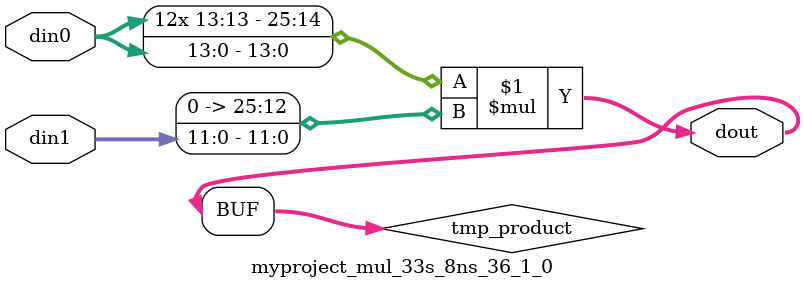
<source format=v>

`timescale 1 ns / 1 ps

  module myproject_mul_33s_8ns_36_1_0(din0, din1, dout);
parameter ID = 1;
parameter NUM_STAGE = 0;
parameter din0_WIDTH = 14;
parameter din1_WIDTH = 12;
parameter dout_WIDTH = 26;

input [din0_WIDTH - 1 : 0] din0; 
input [din1_WIDTH - 1 : 0] din1; 
output [dout_WIDTH - 1 : 0] dout;

wire signed [dout_WIDTH - 1 : 0] tmp_product;












assign tmp_product = $signed(din0) * $signed({1'b0, din1});









assign dout = tmp_product;







endmodule

</source>
